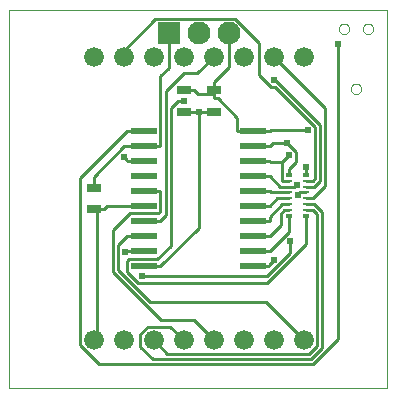
<source format=gtl>
G75*
G70*
%OFA0B0*%
%FSLAX24Y24*%
%IPPOS*%
%LPD*%
%AMOC8*
5,1,8,0,0,1.08239X$1,22.5*
%
%ADD10C,0.0000*%
%ADD11C,0.0660*%
%ADD12R,0.0870X0.0240*%
%ADD13R,0.0760X0.0760*%
%ADD14C,0.0760*%
%ADD15R,0.0197X0.0150*%
%ADD16R,0.0197X0.0098*%
%ADD17R,0.0472X0.0315*%
%ADD18C,0.0100*%
%ADD19C,0.0238*%
D10*
X001553Y000683D02*
X001553Y013281D01*
X014151Y013281D01*
X014151Y000683D01*
X001553Y000683D01*
X012931Y010637D02*
X012933Y010663D01*
X012939Y010689D01*
X012948Y010713D01*
X012961Y010736D01*
X012978Y010756D01*
X012997Y010774D01*
X013019Y010789D01*
X013042Y010800D01*
X013067Y010808D01*
X013093Y010812D01*
X013119Y010812D01*
X013145Y010808D01*
X013170Y010800D01*
X013194Y010789D01*
X013215Y010774D01*
X013234Y010756D01*
X013251Y010736D01*
X013264Y010713D01*
X013273Y010689D01*
X013279Y010663D01*
X013281Y010637D01*
X013279Y010611D01*
X013273Y010585D01*
X013264Y010561D01*
X013251Y010538D01*
X013234Y010518D01*
X013215Y010500D01*
X013193Y010485D01*
X013170Y010474D01*
X013145Y010466D01*
X013119Y010462D01*
X013093Y010462D01*
X013067Y010466D01*
X013042Y010474D01*
X013018Y010485D01*
X012997Y010500D01*
X012978Y010518D01*
X012961Y010538D01*
X012948Y010561D01*
X012939Y010585D01*
X012933Y010611D01*
X012931Y010637D01*
X012531Y012637D02*
X012533Y012663D01*
X012539Y012689D01*
X012548Y012713D01*
X012561Y012736D01*
X012578Y012756D01*
X012597Y012774D01*
X012619Y012789D01*
X012642Y012800D01*
X012667Y012808D01*
X012693Y012812D01*
X012719Y012812D01*
X012745Y012808D01*
X012770Y012800D01*
X012794Y012789D01*
X012815Y012774D01*
X012834Y012756D01*
X012851Y012736D01*
X012864Y012713D01*
X012873Y012689D01*
X012879Y012663D01*
X012881Y012637D01*
X012879Y012611D01*
X012873Y012585D01*
X012864Y012561D01*
X012851Y012538D01*
X012834Y012518D01*
X012815Y012500D01*
X012793Y012485D01*
X012770Y012474D01*
X012745Y012466D01*
X012719Y012462D01*
X012693Y012462D01*
X012667Y012466D01*
X012642Y012474D01*
X012618Y012485D01*
X012597Y012500D01*
X012578Y012518D01*
X012561Y012538D01*
X012548Y012561D01*
X012539Y012585D01*
X012533Y012611D01*
X012531Y012637D01*
X013331Y012637D02*
X013333Y012663D01*
X013339Y012689D01*
X013348Y012713D01*
X013361Y012736D01*
X013378Y012756D01*
X013397Y012774D01*
X013419Y012789D01*
X013442Y012800D01*
X013467Y012808D01*
X013493Y012812D01*
X013519Y012812D01*
X013545Y012808D01*
X013570Y012800D01*
X013594Y012789D01*
X013615Y012774D01*
X013634Y012756D01*
X013651Y012736D01*
X013664Y012713D01*
X013673Y012689D01*
X013679Y012663D01*
X013681Y012637D01*
X013679Y012611D01*
X013673Y012585D01*
X013664Y012561D01*
X013651Y012538D01*
X013634Y012518D01*
X013615Y012500D01*
X013593Y012485D01*
X013570Y012474D01*
X013545Y012466D01*
X013519Y012462D01*
X013493Y012462D01*
X013467Y012466D01*
X013442Y012474D01*
X013418Y012485D01*
X013397Y012500D01*
X013378Y012518D01*
X013361Y012538D01*
X013348Y012561D01*
X013339Y012585D01*
X013333Y012611D01*
X013331Y012637D01*
D11*
X011356Y011710D03*
X010356Y011710D03*
X009356Y011710D03*
X008356Y011710D03*
X007356Y011710D03*
X006356Y011710D03*
X005356Y011710D03*
X004356Y011710D03*
X004356Y002261D03*
X005356Y002261D03*
X006356Y002261D03*
X007356Y002261D03*
X008356Y002261D03*
X009356Y002261D03*
X010356Y002261D03*
X011356Y002261D03*
D12*
X009671Y004736D03*
X009681Y005236D03*
X009681Y005736D03*
X009681Y006236D03*
X009681Y006736D03*
X009681Y007236D03*
X009681Y007736D03*
X009681Y008236D03*
X009681Y008736D03*
X009681Y009236D03*
X006031Y009236D03*
X006031Y008736D03*
X006031Y008236D03*
X006031Y007736D03*
X006031Y007236D03*
X006031Y006736D03*
X006031Y006236D03*
X006031Y005736D03*
X006031Y005236D03*
X006031Y004736D03*
D13*
X006856Y012486D03*
D14*
X007856Y012486D03*
X008856Y012486D03*
D15*
X010858Y007777D03*
X011448Y007777D03*
X011448Y006399D03*
X010858Y006399D03*
D16*
X010858Y006596D03*
X010858Y006793D03*
X010858Y006990D03*
X010858Y007187D03*
X010858Y007383D03*
X010858Y007580D03*
X011448Y007580D03*
X011448Y007383D03*
X011448Y007187D03*
X011448Y006990D03*
X011448Y006793D03*
X011448Y006596D03*
D17*
X008356Y009881D03*
X008356Y010590D03*
X007356Y010590D03*
X007356Y009881D03*
X004356Y007340D03*
X004356Y006631D03*
D18*
X004483Y006631D01*
X004702Y006631D01*
X004806Y006736D01*
X006031Y006736D01*
X006031Y007236D02*
X006576Y007236D01*
X006576Y006559D01*
X006523Y006506D01*
X005576Y006506D01*
X004998Y005928D01*
X004998Y004527D01*
X006597Y002929D01*
X007688Y002929D01*
X008356Y002261D01*
X007356Y002261D02*
X006908Y002710D01*
X006172Y002710D01*
X005915Y002453D01*
X005915Y002050D01*
X006334Y001631D01*
X011605Y001631D01*
X011959Y001986D01*
X011959Y006547D01*
X011714Y006793D01*
X011448Y006793D01*
X011448Y006596D02*
X011657Y006596D01*
X011796Y006457D01*
X011796Y002060D01*
X011535Y001798D01*
X006819Y001798D01*
X006356Y002261D01*
X006234Y003527D02*
X010090Y003527D01*
X011356Y002261D01*
X011671Y001471D02*
X012499Y002299D01*
X012499Y011986D01*
X012499Y012137D01*
X012069Y009997D02*
X010356Y011710D01*
X009885Y012170D02*
X009885Y011111D01*
X010282Y010714D01*
X010393Y010714D01*
X011734Y009373D01*
X011734Y007657D01*
X011657Y007580D01*
X011448Y007580D01*
X011448Y007777D02*
X011448Y008014D01*
X011431Y008031D01*
X011088Y008192D02*
X011088Y008324D01*
X011099Y008335D01*
X011099Y008525D01*
X011088Y008536D01*
X011088Y008546D01*
X010796Y008839D01*
X010329Y008839D01*
X010226Y008736D01*
X009681Y008736D01*
X009681Y008236D02*
X010226Y008236D01*
X010253Y008209D01*
X010649Y008209D01*
X010870Y008430D01*
X010649Y008209D02*
X010649Y007580D01*
X010858Y007580D01*
X010858Y007777D02*
X010858Y007962D01*
X011088Y008192D01*
X011102Y007419D02*
X011066Y007383D01*
X010858Y007383D01*
X010578Y007383D01*
X010226Y007736D01*
X009681Y007736D01*
X009681Y007236D02*
X010226Y007236D01*
X010275Y007187D01*
X010858Y007187D01*
X010858Y006990D02*
X010480Y006990D01*
X010226Y006736D01*
X009681Y006736D01*
X010226Y006369D02*
X010649Y006793D01*
X010858Y006793D01*
X010858Y006596D02*
X010720Y006596D01*
X010602Y006477D01*
X010602Y006111D01*
X010226Y005736D01*
X009681Y005736D01*
X009681Y005236D02*
X010226Y005236D01*
X010858Y005868D01*
X010858Y006214D01*
X010858Y006399D01*
X011448Y006399D02*
X011448Y005459D01*
X010146Y004157D01*
X005854Y004157D01*
X005484Y004527D01*
X005484Y004901D01*
X005549Y004966D01*
X006485Y004966D01*
X006936Y005417D01*
X006936Y010016D01*
X007156Y010236D01*
X007356Y010236D01*
X007356Y009881D02*
X007702Y009881D01*
X007704Y009883D01*
X007856Y009883D01*
X007857Y009881D01*
X007857Y006017D01*
X006576Y004736D01*
X006031Y004736D01*
X005960Y004388D02*
X010152Y004388D01*
X010918Y005155D01*
X010918Y005579D01*
X010918Y005579D01*
X010362Y004923D02*
X010216Y004776D01*
X010216Y004736D01*
X009671Y004736D01*
X009681Y006236D02*
X010226Y006236D01*
X010226Y006369D01*
X011159Y007089D02*
X011159Y007106D01*
X011240Y007187D01*
X011448Y007187D01*
X011448Y007383D02*
X011695Y007383D01*
X011894Y007582D01*
X011894Y009440D01*
X010391Y010943D01*
X010376Y010943D01*
X009885Y012170D02*
X009079Y012976D01*
X006417Y012976D01*
X005356Y011915D01*
X005356Y011710D01*
X006576Y011070D02*
X006576Y008736D01*
X006031Y008736D01*
X005377Y008736D01*
X004356Y007715D01*
X004356Y007340D01*
X003904Y007654D02*
X003904Y002091D01*
X004523Y001471D01*
X011671Y001471D01*
X006776Y006436D02*
X006576Y006236D01*
X006031Y006236D01*
X006031Y005736D02*
X005486Y005736D01*
X005174Y005424D01*
X005174Y004587D01*
X006234Y003527D01*
X004483Y002389D02*
X004356Y002261D01*
X004483Y002389D02*
X004483Y006631D01*
X003904Y007654D02*
X005486Y009236D01*
X006031Y009236D01*
X005376Y008384D02*
X005486Y008275D01*
X005486Y008236D01*
X006031Y008236D01*
X007857Y009881D02*
X008356Y009881D01*
X008356Y010323D02*
X008491Y010323D01*
X009136Y009678D01*
X009136Y009236D01*
X009681Y009236D01*
X010226Y009236D01*
X010257Y009267D01*
X011502Y009267D01*
X012069Y009997D02*
X012069Y007402D01*
X011657Y006990D01*
X011448Y006990D01*
X011153Y007419D02*
X011102Y007419D01*
X008356Y010323D02*
X008356Y010456D01*
X008356Y010590D01*
X008356Y010858D01*
X008856Y011358D01*
X008856Y012486D01*
X008356Y011710D02*
X007815Y011169D01*
X007361Y011169D01*
X006776Y010584D01*
X006776Y006436D01*
X006031Y005236D02*
X005486Y005236D01*
X005465Y005215D01*
X005405Y005215D01*
X007836Y010456D02*
X007702Y010590D01*
X007356Y010590D01*
X007836Y010456D02*
X008356Y010456D01*
X006856Y011350D02*
X006576Y011070D01*
X006856Y011350D02*
X006856Y012486D01*
D19*
X007356Y010236D03*
X007856Y009883D03*
X005376Y008384D03*
X005405Y005215D03*
X005960Y004388D03*
X010362Y004923D03*
X010918Y005579D03*
X011159Y007089D03*
X011153Y007419D03*
X011431Y008031D03*
X010870Y008430D03*
X010796Y008839D03*
X011502Y009267D03*
X010376Y010943D03*
X012499Y012137D03*
M02*

</source>
